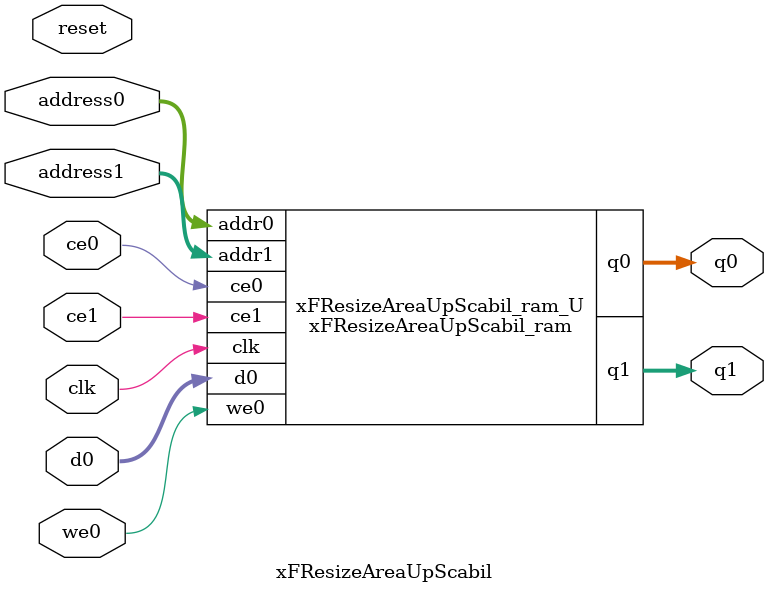
<source format=v>
`timescale 1 ns / 1 ps
module xFResizeAreaUpScabil_ram (addr0, ce0, d0, we0, q0, addr1, ce1, q1,  clk);

parameter DWIDTH = 13;
parameter AWIDTH = 10;
parameter MEM_SIZE = 720;

input[AWIDTH-1:0] addr0;
input ce0;
input[DWIDTH-1:0] d0;
input we0;
output reg[DWIDTH-1:0] q0;
input[AWIDTH-1:0] addr1;
input ce1;
output reg[DWIDTH-1:0] q1;
input clk;

(* ram_style = "block" *)reg [DWIDTH-1:0] ram[0:MEM_SIZE-1];




always @(posedge clk)  
begin 
    if (ce0) begin
        if (we0) 
            ram[addr0] <= d0; 
        q0 <= ram[addr0];
    end
end


always @(posedge clk)  
begin 
    if (ce1) begin
        q1 <= ram[addr1];
    end
end


endmodule

`timescale 1 ns / 1 ps
module xFResizeAreaUpScabil(
    reset,
    clk,
    address0,
    ce0,
    we0,
    d0,
    q0,
    address1,
    ce1,
    q1);

parameter DataWidth = 32'd13;
parameter AddressRange = 32'd720;
parameter AddressWidth = 32'd10;
input reset;
input clk;
input[AddressWidth - 1:0] address0;
input ce0;
input we0;
input[DataWidth - 1:0] d0;
output[DataWidth - 1:0] q0;
input[AddressWidth - 1:0] address1;
input ce1;
output[DataWidth - 1:0] q1;



xFResizeAreaUpScabil_ram xFResizeAreaUpScabil_ram_U(
    .clk( clk ),
    .addr0( address0 ),
    .ce0( ce0 ),
    .we0( we0 ),
    .d0( d0 ),
    .q0( q0 ),
    .addr1( address1 ),
    .ce1( ce1 ),
    .q1( q1 ));

endmodule


</source>
